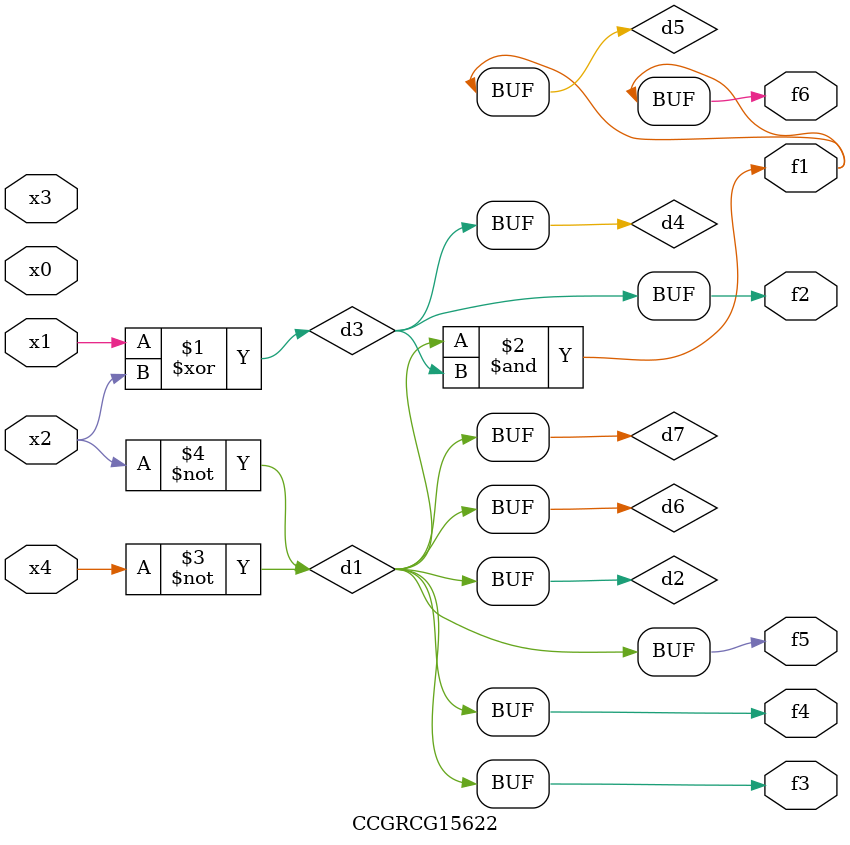
<source format=v>
module CCGRCG15622(
	input x0, x1, x2, x3, x4,
	output f1, f2, f3, f4, f5, f6
);

	wire d1, d2, d3, d4, d5, d6, d7;

	not (d1, x4);
	not (d2, x2);
	xor (d3, x1, x2);
	buf (d4, d3);
	and (d5, d1, d3);
	buf (d6, d1, d2);
	buf (d7, d2);
	assign f1 = d5;
	assign f2 = d4;
	assign f3 = d7;
	assign f4 = d7;
	assign f5 = d7;
	assign f6 = d5;
endmodule

</source>
